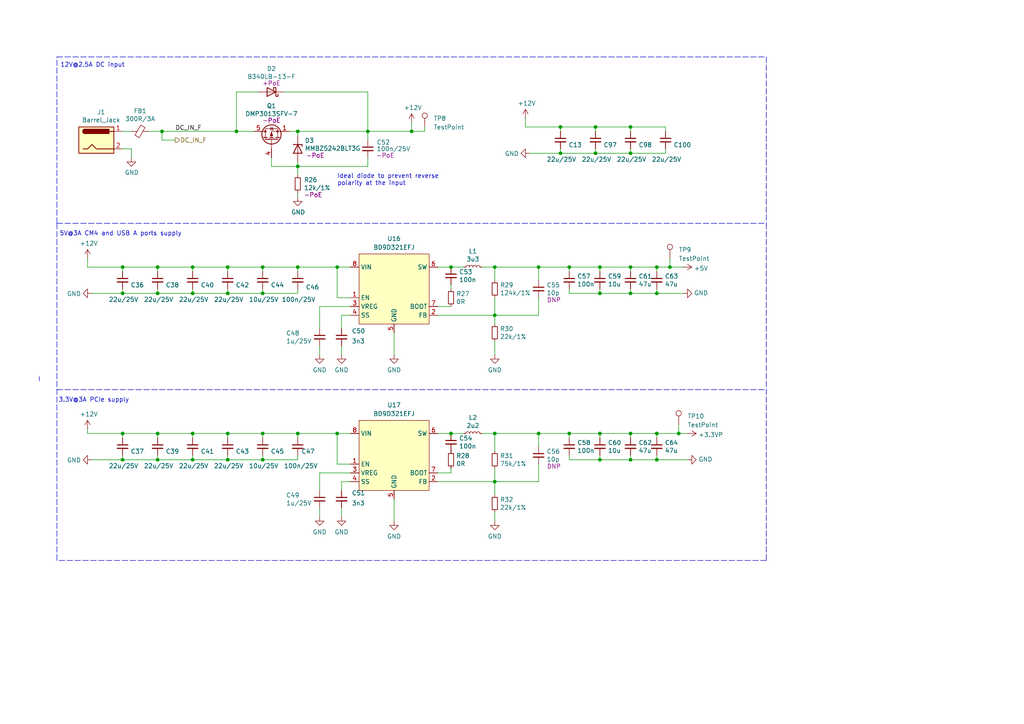
<source format=kicad_sch>
(kicad_sch (version 20211123) (generator eeschema)
  (paper "A4")
  (title_block (title "Power") (date "2021-08-30") (rev "proto1") (company "Nabu Casa") (comment 1 "www.nabucasa.com") (comment 2 "Yellow"))
  (lib_symbols
    (symbol "Amber:BD9D321EFJ"
      (property "Reference" "U16" (at 0 13.97 0))
      (property "Value" "BD9D321EFJ" (at 0 11.43 0))
      (symbol "BD9D321EFJ_0_1"
        (rectangle (start -10.16 10.16) (end 10.16 -10.16) (stroke (width 0.1524)) (fill (type background)))
      )
      (symbol "BD9D321EFJ_1_1"
        (pin input line (at -12.7 -2.54 0) (length 2.54) (name "EN") (number "1"))
        (pin passive line (at 12.7 -7.62 180) (length 2.54) (name "FB") (number "2"))
        (pin power_out line (at -12.7 -5.08 0) (length 2.54) (name "VREG") (number "3"))
        (pin input line (at -12.7 -7.62 0) (length 2.54) (name "SS") (number "4"))
        (pin power_in line (at 0 -12.7 90) (length 2.54) (name "GND") (number "5"))
        (pin power_out line (at 12.7 6.35 180) (length 2.54) (name "SW") (number "6"))
        (pin input line (at 12.7 -5.08 180) (length 2.54) (name "BOOT") (number "7"))
        (pin power_in line (at -12.7 6.35 0) (length 2.54) (name "VIN") (number "8"))
        (pin passive line (at 0 -12.7 90) (length 2.54) hide (name "GND") (number "9"))
      )
    )
    (symbol "Connector:Barrel_Jack" (pin_names (offset 1.016))
      (property "Reference" "J" (at 0 5.334 0))
      (property "Value" "Barrel_Jack" (at 0 -5.08 0))
      (symbol "Barrel_Jack_0_1"
        (rectangle (start -5.08 3.81) (end 5.08 -3.81) (stroke (width 0.254)) (fill (type background)))
        (arc (start -3.302 3.175) (mid -3.937 2.54) (end -3.302 1.905) (stroke (width 0.254)))
        (arc (start -3.302 3.175) (mid -3.937 2.54) (end -3.302 1.905) (stroke (width 0.254)) (fill (type outline)))
        (polyline (pts (xy 5.08 2.54) (xy 3.81 2.54)) (stroke (width 0.254)))
        (polyline (pts (xy -3.81 -2.54) (xy -2.54 -2.54) (xy -1.27 -1.27) (xy 0 -2.54) (xy 2.54 -2.54) (xy 5.08 -2.54)) (stroke (width 0.254)))
        (rectangle (start 3.683 3.175) (end -3.302 1.905) (stroke (width 0.254)) (fill (type outline)))
      )
      (symbol "Barrel_Jack_1_1"
        (pin passive line (at 7.62 2.54 180) (length 2.54) (name "~") (number "1"))
        (pin passive line (at 7.62 -2.54 180) (length 2.54) (name "~") (number "2"))
      )
    )
    (symbol "Connector:TestPoint" (pin_numbers hide) (pin_names (offset 0.762) hide)
      (property "Reference" "TP" (at 0 6.858 0))
      (property "Value" "TestPoint" (at 0 5.08 0))
      (symbol "TestPoint_0_1"
        (circle (center 0 3.302) (radius 0.762))
      )
      (symbol "TestPoint_1_1"
        (pin passive line (at 0 0 90) (length 2.54) (name "1") (number "1"))
      )
    )
    (symbol "Device:C_Small" (pin_numbers hide) (pin_names (offset 0.254) hide)
      (property "Reference" "C" (at 0.254 1.778 0))
      (property "Value" "C_Small" (at 0.254 -2.032 0))
      (symbol "C_Small_0_1"
        (polyline (pts (xy -1.524 -0.508) (xy 1.524 -0.508)) (stroke (width 0.3302)))
        (polyline (pts (xy -1.524 0.508) (xy 1.524 0.508)) (stroke (width 0.3048)))
      )
      (symbol "C_Small_1_1"
        (pin passive line (at 0 2.54 270) (length 2.032) (name "~") (number "1"))
        (pin passive line (at 0 -2.54 90) (length 2.032) (name "~") (number "2"))
      )
    )
    (symbol "Device:D_Schottky" (pin_numbers hide) (pin_names (offset 1.016) hide)
      (property "Reference" "D" (at 0 2.54 0))
      (property "Value" "D_Schottky" (at 0 -2.54 0))
      (symbol "D_Schottky_0_1"
        (polyline (pts (xy 1.27 0) (xy -1.27 0)))
        (polyline (pts (xy 1.27 1.27) (xy 1.27 -1.27) (xy -1.27 0) (xy 1.27 1.27)) (stroke (width 0.254)))
        (polyline (pts (xy -1.905 0.635) (xy -1.905 1.27) (xy -1.27 1.27) (xy -1.27 -1.27) (xy -0.635 -1.27) (xy -0.635 -0.635)) (stroke (width 0.254)))
      )
      (symbol "D_Schottky_1_1"
        (pin passive line (at -3.81 0 0) (length 2.54) (name "K") (number "1"))
        (pin passive line (at 3.81 0 180) (length 2.54) (name "A") (number "2"))
      )
    )
    (symbol "Device:Ferrite_Bead_Small" (pin_numbers hide) (pin_names (offset 0))
      (property "Reference" "FB" (at 1.905 1.27 0))
      (property "Value" "Ferrite_Bead_Small" (at 1.905 -1.27 0))
      (symbol "Ferrite_Bead_Small_0_1"
        (polyline (pts (xy 0 -1.27) (xy 0 -0.7874)))
        (polyline (pts (xy 0 0.889) (xy 0 1.2954)))
        (polyline (pts (xy -1.8288 0.2794) (xy -1.1176 1.4986) (xy 1.8288 -0.2032) (xy 1.1176 -1.4224) (xy -1.8288 0.2794)))
      )
      (symbol "Ferrite_Bead_Small_1_1"
        (pin passive line (at 0 2.54 270) (length 1.27) (name "~") (number "1"))
        (pin passive line (at 0 -2.54 90) (length 1.27) (name "~") (number "2"))
      )
    )
    (symbol "Device:L_Small" (pin_numbers hide) (pin_names (offset 0.254) hide)
      (property "Reference" "L" (at 0.762 1.016 0))
      (property "Value" "L_Small" (at 0.762 -1.016 0))
      (symbol "L_Small_0_1"
        (arc (start 0 -2.032) (mid 0.508 -1.524) (end 0 -1.016))
        (arc (start 0 -1.016) (mid 0.508 -0.508) (end 0 0))
        (arc (start 0 0) (mid 0.508 0.508) (end 0 1.016))
        (arc (start 0 1.016) (mid 0.508 1.524) (end 0 2.032))
      )
      (symbol "L_Small_1_1"
        (pin passive line (at 0 2.54 270) (length 0.508) (name "~") (number "1"))
        (pin passive line (at 0 -2.54 90) (length 0.508) (name "~") (number "2"))
      )
    )
    (symbol "Device:R_Small" (pin_numbers hide) (pin_names (offset 0.254) hide)
      (property "Reference" "R" (at 0.762 0.508 0))
      (property "Value" "R_Small" (at 0.762 -1.016 0))
      (symbol "R_Small_0_1"
        (rectangle (start -0.762 1.778) (end 0.762 -1.778) (stroke (width 0.2032)))
      )
      (symbol "R_Small_1_1"
        (pin passive line (at 0 2.54 270) (length 0.762) (name "~") (number "1"))
        (pin passive line (at 0 -2.54 90) (length 0.762) (name "~") (number "2"))
      )
    )
    (symbol "Diode:BZX84Cxx" (pin_numbers hide) (pin_names hide)
      (property "Reference" "D" (at 0 2.54 0))
      (property "Value" "BZX84Cxx" (at 0 -2.54 0))
      (symbol "BZX84Cxx_0_1"
        (polyline (pts (xy 1.27 0) (xy -1.27 0)))
        (polyline (pts (xy -1.27 -1.27) (xy -1.27 1.27) (xy -0.762 1.27)) (stroke (width 0.254)))
        (polyline (pts (xy 1.27 -1.27) (xy 1.27 1.27) (xy -1.27 0) (xy 1.27 -1.27)) (stroke (width 0.254)))
      )
      (symbol "BZX84Cxx_1_1"
        (pin passive line (at -3.81 0 0) (length 2.54) (name "K") (number "1"))
        (pin passive line (at 3.81 0 180) (length 2.54) (name "A") (number "2"))
      )
    )
    (symbol "Transistor_FET:DMP3013SFV" (pin_names hide)
      (property "Reference" "Q" (at 5.08 1.905 0))
      (property "Value" "DMP3013SFV" (at 5.08 0 0))
      (symbol "DMP3013SFV_0_1"
        (polyline (pts (xy 0.254 0) (xy -2.54 0)))
        (polyline (pts (xy 0.254 1.905) (xy 0.254 -1.905)) (stroke (width 0.254)))
        (polyline (pts (xy 0.762 -1.27) (xy 0.762 -2.286)) (stroke (width 0.254)))
        (polyline (pts (xy 0.762 0.508) (xy 0.762 -0.508)) (stroke (width 0.254)))
        (polyline (pts (xy 0.762 2.286) (xy 0.762 1.27)) (stroke (width 0.254)))
        (polyline (pts (xy 2.54 2.54) (xy 2.54 1.778)))
        (polyline (pts (xy 2.54 -2.54) (xy 2.54 0) (xy 0.762 0)))
        (polyline (pts (xy 0.762 1.778) (xy 3.302 1.778) (xy 3.302 -1.778) (xy 0.762 -1.778)))
        (polyline (pts (xy 2.286 0) (xy 1.27 0.381) (xy 1.27 -0.381) (xy 2.286 0)) (fill (type outline)))
        (polyline (pts (xy 2.794 -0.508) (xy 2.921 -0.381) (xy 3.683 -0.381) (xy 3.81 -0.254)))
        (polyline (pts (xy 3.302 -0.381) (xy 2.921 0.254) (xy 3.683 0.254) (xy 3.302 -0.381)))
        (circle (center 1.651 0) (radius 2.794) (stroke (width 0.254)))
        (circle (center 2.54 -1.778) (radius 0.254) (fill (type outline)))
        (circle (center 2.54 1.778) (radius 0.254) (fill (type outline)))
      )
      (symbol "DMP3013SFV_1_1"
        (pin passive line (at 2.54 -5.08 90) (length 2.54) (name "S") (number "1"))
        (pin passive line (at 2.54 -5.08 90) (length 2.54) hide (name "S") (number "2"))
        (pin passive line (at 2.54 -5.08 90) (length 2.54) hide (name "S") (number "3"))
        (pin passive line (at -5.08 0 0) (length 2.54) (name "G") (number "4"))
        (pin passive line (at 2.54 5.08 270) (length 2.54) (name "D") (number "5"))
      )
    )
    (symbol "power:+12V" (power) (pin_names (offset 0))
      (property "Value" "+12V" (at 0 3.556 0))
      (symbol "+12V_0_1"
        (polyline (pts (xy -0.762 1.27) (xy 0 2.54)))
        (polyline (pts (xy 0 0) (xy 0 2.54)))
        (polyline (pts (xy 0 2.54) (xy 0.762 1.27)))
      )
      (symbol "+12V_1_1"
        (pin power_in line (at 0 0 90) (length 0) hide (name "+12V") (number "1"))
      )
    )
    (symbol "power:+3.3VP" (power) (pin_names (offset 0))
      (property "Value" "+3.3VP" (at 0 2.54 0))
      (symbol "+3.3VP_0_0"
        (pin power_in line (at 0 0 90) (length 0) hide (name "+3.3VP") (number "1"))
      )
      (symbol "+3.3VP_0_1"
        (polyline (pts (xy -0.762 1.27) (xy 0 2.54)))
        (polyline (pts (xy 0 0) (xy 0 2.54)))
        (polyline (pts (xy 0 2.54) (xy 0.762 1.27)))
      )
    )
    (symbol "power:+5V" (power) (pin_names (offset 0))
      (property "Value" "+5V" (at 0 3.556 0))
      (symbol "+5V_0_1"
        (polyline (pts (xy -0.762 1.27) (xy 0 2.54)))
        (polyline (pts (xy 0 0) (xy 0 2.54)))
        (polyline (pts (xy 0 2.54) (xy 0.762 1.27)))
      )
      (symbol "+5V_1_1"
        (pin power_in line (at 0 0 90) (length 0) hide (name "+5V") (number "1"))
      )
    )
    (symbol "power:GND" (power) (pin_names (offset 0))
      (property "Value" "GND" (at 0 -3.81 0))
      (symbol "GND_0_1"
        (polyline (pts (xy 0 0) (xy 0 -1.27) (xy 1.27 -1.27) (xy 0 -2.54) (xy -1.27 -1.27) (xy 0 -1.27)))
      )
      (symbol "GND_1_1"
        (pin power_in line (at 0 0 270) (length 0) hide (name "GND") (number "1"))
      )
    )
  )
  (junction (at 182.88 125.73) (diameter 0.9144))
  (junction (at 35.56 77.47) (diameter 0.9144))
  (junction (at 130.81 77.47) (diameter 0.9144))
  (junction (at 172.72 36.83) (diameter 0.9144))
  (junction (at 190.5 133.35) (diameter 0.9144))
  (junction (at 172.72 44.45) (diameter 0.9144))
  (junction (at 55.88 125.73) (diameter 0.9144))
  (junction (at 143.51 77.47) (diameter 0.9144))
  (junction (at 173.99 85.09) (diameter 0.9144))
  (junction (at 165.1 77.47) (diameter 0.9144))
  (junction (at 66.04 77.47) (diameter 0.9144))
  (junction (at 97.79 77.47) (diameter 0.9144))
  (junction (at 190.5 85.09) (diameter 0.9144))
  (junction (at 162.56 44.45) (diameter 0.9144))
  (junction (at 55.88 133.35) (diameter 0.9144))
  (junction (at 68.58 38.1) (diameter 0.9144))
  (junction (at 45.72 77.47) (diameter 0.9144))
  (junction (at 173.99 77.47) (diameter 0.9144))
  (junction (at 182.88 133.35) (diameter 0.9144))
  (junction (at 76.2 77.47) (diameter 0.9144))
  (junction (at 143.51 125.73) (diameter 0.9144))
  (junction (at 156.21 125.73) (diameter 0.9144))
  (junction (at 35.56 85.09) (diameter 0.9144))
  (junction (at 97.79 125.73) (diameter 0.9144))
  (junction (at 86.36 48.26) (diameter 0.9144))
  (junction (at 35.56 125.73) (diameter 0.9144))
  (junction (at 173.99 125.73) (diameter 0.9144))
  (junction (at 106.68 38.1) (diameter 0.9144))
  (junction (at 45.72 125.73) (diameter 0.9144))
  (junction (at 76.2 125.73) (diameter 0.9144))
  (junction (at 46.99 38.1) (diameter 0.9144))
  (junction (at 182.88 85.09) (diameter 0.9144))
  (junction (at 143.51 91.44) (diameter 0.9144))
  (junction (at 55.88 77.47) (diameter 0.9144))
  (junction (at 182.88 44.45) (diameter 0.9144))
  (junction (at 173.99 133.35) (diameter 0.9144))
  (junction (at 66.04 85.09) (diameter 0.9144))
  (junction (at 156.21 77.47) (diameter 0.9144))
  (junction (at 45.72 85.09) (diameter 0.9144))
  (junction (at 143.51 139.7) (diameter 0.9144))
  (junction (at 86.36 77.47) (diameter 0.9144))
  (junction (at 194.31 77.47) (diameter 0.9144))
  (junction (at 182.88 77.47) (diameter 0.9144))
  (junction (at 76.2 85.09) (diameter 0.9144))
  (junction (at 55.88 85.09) (diameter 0.9144))
  (junction (at 86.36 38.1) (diameter 0.9144))
  (junction (at 86.36 125.73) (diameter 0.9144))
  (junction (at 66.04 125.73) (diameter 0.9144))
  (junction (at 162.56 36.83) (diameter 0.9144))
  (junction (at 35.56 133.35) (diameter 0.9144))
  (junction (at 45.72 133.35) (diameter 0.9144))
  (junction (at 190.5 125.73) (diameter 0.9144))
  (junction (at 165.1 125.73) (diameter 0.9144))
  (junction (at 76.2 133.35) (diameter 0.9144))
  (junction (at 66.04 133.35) (diameter 0.9144))
  (junction (at 182.88 36.83) (diameter 0.9144))
  (junction (at 119.38 38.1) (diameter 0.9144))
  (junction (at 196.85 125.73) (diameter 0.9144))
  (junction (at 190.5 77.47) (diameter 0.9144))
  (junction (at 130.81 125.73) (diameter 0.9144))
  (wire (pts (xy 106.68 38.1) (xy 106.68 40.64)))
  (wire (pts (xy 182.88 132.08) (xy 182.88 133.35)))
  (wire (pts (xy 182.88 43.18) (xy 182.88 44.45)))
  (wire (pts (xy 45.72 125.73) (xy 45.72 127)))
  (polyline (pts (xy 16.51 113.03) (xy 222.25 113.03)) (stroke (width 0) (type dash)))
  (wire (pts (xy 127 88.9) (xy 130.81 88.9)))
  (wire (pts (xy 66.04 77.47) (xy 66.04 78.74)))
  (wire (pts (xy 35.56 125.73) (xy 45.72 125.73)))
  (wire (pts (xy 119.38 35.56) (xy 119.38 38.1)))
  (wire (pts (xy 119.38 38.1) (xy 106.68 38.1)))
  (wire (pts (xy 55.88 77.47) (xy 66.04 77.47)))
  (wire (pts (xy 82.55 26.67) (xy 106.68 26.67)))
  (wire (pts (xy 143.51 77.47) (xy 143.51 81.28)))
  (wire (pts (xy 83.82 38.1) (xy 86.36 38.1)))
  (wire (pts (xy 162.56 36.83) (xy 172.72 36.83)))
  (wire (pts (xy 173.99 125.73) (xy 182.88 125.73)))
  (wire (pts (xy 165.1 125.73) (xy 173.99 125.73)))
  (wire (pts (xy 156.21 125.73) (xy 165.1 125.73)))
  (wire (pts (xy 55.88 83.82) (xy 55.88 85.09)))
  (wire (pts (xy 190.5 132.08) (xy 190.5 133.35)))
  (wire (pts (xy 106.68 45.72) (xy 106.68 48.26)))
  (wire (pts (xy 86.36 77.47) (xy 86.36 78.74)))
  (wire (pts (xy 165.1 77.47) (xy 165.1 78.74)))
  (wire (pts (xy 152.4 36.83) (xy 162.56 36.83)))
  (wire (pts (xy 114.3 96.52) (xy 114.3 102.87)))
  (wire (pts (xy 190.5 85.09) (xy 198.12 85.09)))
  (wire (pts (xy 86.36 132.08) (xy 86.36 133.35)))
  (wire (pts (xy 130.81 77.47) (xy 134.62 77.47)))
  (wire (pts (xy 127 77.47) (xy 130.81 77.47)))
  (wire (pts (xy 86.36 46.99) (xy 86.36 48.26)))
  (wire (pts (xy 190.5 77.47) (xy 194.31 77.47)))
  (wire (pts (xy 194.31 77.47) (xy 198.12 77.47)))
  (wire (pts (xy 182.88 36.83) (xy 182.88 38.1)))
  (wire (pts (xy 190.5 125.73) (xy 196.85 125.73)))
  (wire (pts (xy 196.85 125.73) (xy 199.39 125.73)))
  (wire (pts (xy 86.36 38.1) (xy 106.68 38.1)))
  (wire (pts (xy 153.67 44.45) (xy 162.56 44.45)))
  (wire (pts (xy 86.36 125.73) (xy 86.36 127)))
  (wire (pts (xy 190.5 133.35) (xy 199.39 133.35)))
  (wire (pts (xy 35.56 132.08) (xy 35.56 133.35)))
  (wire (pts (xy 190.5 125.73) (xy 190.5 127)))
  (wire (pts (xy 182.88 36.83) (xy 193.04 36.83)))
  (wire (pts (xy 190.5 77.47) (xy 190.5 78.74)))
  (wire (pts (xy 66.04 132.08) (xy 66.04 133.35)))
  (wire (pts (xy 45.72 83.82) (xy 45.72 85.09)))
  (wire (pts (xy 35.56 77.47) (xy 35.56 78.74)))
  (wire (pts (xy 173.99 133.35) (xy 182.88 133.35)))
  (wire (pts (xy 156.21 86.36) (xy 156.21 91.44)))
  (wire (pts (xy 35.56 125.73) (xy 35.56 127)))
  (wire (pts (xy 165.1 85.09) (xy 173.99 85.09)))
  (wire (pts (xy 99.06 147.32) (xy 99.06 149.86)))
  (wire (pts (xy 123.19 36.83) (xy 123.19 38.1)))
  (wire (pts (xy 123.19 38.1) (xy 119.38 38.1)))
  (wire (pts (xy 196.85 123.19) (xy 196.85 125.73)))
  (wire (pts (xy 156.21 125.73) (xy 156.21 129.54)))
  (wire (pts (xy 86.36 38.1) (xy 86.36 39.37)))
  (wire (pts (xy 68.58 26.67) (xy 74.93 26.67)))
  (wire (pts (xy 68.58 38.1) (xy 68.58 26.67)))
  (wire (pts (xy 78.74 48.26) (xy 86.36 48.26)))
  (wire (pts (xy 78.74 45.72) (xy 78.74 48.26)))
  (wire (pts (xy 156.21 77.47) (xy 165.1 77.47)))
  (wire (pts (xy 143.51 77.47) (xy 156.21 77.47)))
  (wire (pts (xy 45.72 77.47) (xy 45.72 78.74)))
  (wire (pts (xy 97.79 86.36) (xy 101.6 86.36)))
  (wire (pts (xy 97.79 86.36) (xy 97.79 77.47)))
  (wire (pts (xy 92.71 100.33) (xy 92.71 102.87)))
  (wire (pts (xy 76.2 85.09) (xy 86.36 85.09)))
  (wire (pts (xy 66.04 85.09) (xy 76.2 85.09)))
  (wire (pts (xy 152.4 34.29) (xy 152.4 36.83)))
  (wire (pts (xy 114.3 144.78) (xy 114.3 151.13)))
  (wire (pts (xy 162.56 43.18) (xy 162.56 44.45)))
  (wire (pts (xy 99.06 91.44) (xy 99.06 95.25)))
  (wire (pts (xy 66.04 125.73) (xy 66.04 127)))
  (wire (pts (xy 55.88 85.09) (xy 66.04 85.09)))
  (wire (pts (xy 66.04 85.09) (xy 66.04 83.82)))
  (wire (pts (xy 165.1 77.47) (xy 173.99 77.47)))
  (wire (pts (xy 173.99 77.47) (xy 182.88 77.47)))
  (wire (pts (xy 38.1 43.18) (xy 38.1 45.72)))
  (wire (pts (xy 76.2 125.73) (xy 76.2 127)))
  (wire (pts (xy 173.99 125.73) (xy 173.99 127)))
  (wire (pts (xy 130.81 125.73) (xy 134.62 125.73)))
  (wire (pts (xy 139.7 125.73) (xy 143.51 125.73)))
  (wire (pts (xy 127 125.73) (xy 130.81 125.73)))
  (wire (pts (xy 173.99 77.47) (xy 173.99 78.74)))
  (wire (pts (xy 86.36 55.88) (xy 86.36 57.15)))
  (wire (pts (xy 55.88 132.08) (xy 55.88 133.35)))
  (wire (pts (xy 172.72 44.45) (xy 182.88 44.45)))
  (polyline (pts (xy 16.51 64.77) (xy 222.25 64.77)) (stroke (width 0) (type dash)))
  (wire (pts (xy 172.72 36.83) (xy 172.72 38.1)))
  (wire (pts (xy 173.99 132.08) (xy 173.99 133.35)))
  (wire (pts (xy 127 137.16) (xy 130.81 137.16)))
  (wire (pts (xy 35.56 83.82) (xy 35.56 85.09)))
  (wire (pts (xy 86.36 125.73) (xy 97.79 125.73)))
  (wire (pts (xy 97.79 125.73) (xy 101.6 125.73)))
  (polyline (pts (xy 16.51 64.77) (xy 16.51 162.56)) (stroke (width 0) (type dash)))
  (wire (pts (xy 182.88 77.47) (xy 182.88 78.74)))
  (wire (pts (xy 162.56 44.45) (xy 172.72 44.45)))
  (wire (pts (xy 35.56 38.1) (xy 38.1 38.1)))
  (wire (pts (xy 92.71 88.9) (xy 92.71 95.25)))
  (wire (pts (xy 45.72 77.47) (xy 55.88 77.47)))
  (wire (pts (xy 45.72 133.35) (xy 55.88 133.35)))
  (wire (pts (xy 92.71 147.32) (xy 92.71 149.86)))
  (wire (pts (xy 55.88 77.47) (xy 55.88 78.74)))
  (wire (pts (xy 92.71 137.16) (xy 101.6 137.16)))
  (wire (pts (xy 165.1 83.82) (xy 165.1 85.09)))
  (wire (pts (xy 25.4 77.47) (xy 35.56 77.47)))
  (wire (pts (xy 99.06 100.33) (xy 99.06 102.87)))
  (wire (pts (xy 165.1 132.08) (xy 165.1 133.35)))
  (wire (pts (xy 143.51 125.73) (xy 156.21 125.73)))
  (wire (pts (xy 25.4 124.46) (xy 25.4 125.73)))
  (wire (pts (xy 182.88 77.47) (xy 190.5 77.47)))
  (wire (pts (xy 35.56 43.18) (xy 38.1 43.18)))
  (wire (pts (xy 76.2 83.82) (xy 76.2 85.09)))
  (wire (pts (xy 156.21 77.47) (xy 156.21 81.28)))
  (wire (pts (xy 143.51 125.73) (xy 143.51 130.81)))
  (wire (pts (xy 172.72 36.83) (xy 182.88 36.83)))
  (wire (pts (xy 76.2 77.47) (xy 86.36 77.47)))
  (wire (pts (xy 66.04 77.47) (xy 76.2 77.47)))
  (wire (pts (xy 66.04 133.35) (xy 76.2 133.35)))
  (wire (pts (xy 55.88 133.35) (xy 66.04 133.35)))
  (wire (pts (xy 143.51 139.7) (xy 156.21 139.7)))
  (wire (pts (xy 182.88 125.73) (xy 182.88 127)))
  (wire (pts (xy 76.2 132.08) (xy 76.2 133.35)))
  (wire (pts (xy 143.51 86.36) (xy 143.51 91.44)))
  (wire (pts (xy 173.99 83.82) (xy 173.99 85.09)))
  (wire (pts (xy 143.51 91.44) (xy 143.51 93.98)))
  (wire (pts (xy 99.06 139.7) (xy 101.6 139.7)))
  (wire (pts (xy 76.2 133.35) (xy 86.36 133.35)))
  (wire (pts (xy 86.36 85.09) (xy 86.36 83.82)))
  (wire (pts (xy 46.99 40.64) (xy 46.99 38.1)))
  (wire (pts (xy 50.8 40.64) (xy 46.99 40.64)))
  (wire (pts (xy 99.06 91.44) (xy 101.6 91.44)))
  (wire (pts (xy 35.56 133.35) (xy 45.72 133.35)))
  (wire (pts (xy 173.99 85.09) (xy 182.88 85.09)))
  (wire (pts (xy 92.71 137.16) (xy 92.71 142.24)))
  (wire (pts (xy 92.71 88.9) (xy 101.6 88.9)))
  (wire (pts (xy 182.88 125.73) (xy 190.5 125.73)))
  (wire (pts (xy 127 139.7) (xy 143.51 139.7)))
  (wire (pts (xy 45.72 125.73) (xy 55.88 125.73)))
  (wire (pts (xy 99.06 139.7) (xy 99.06 142.24)))
  (wire (pts (xy 97.79 134.62) (xy 101.6 134.62)))
  (wire (pts (xy 172.72 43.18) (xy 172.72 44.45)))
  (polyline (pts (xy 16.51 64.77) (xy 16.51 16.51)) (stroke (width 0) (type dash)))
  (polyline (pts (xy 16.51 16.51) (xy 222.25 16.51)) (stroke (width 0) (type dash)))
  (polyline (pts (xy 222.25 16.51) (xy 222.25 64.77)) (stroke (width 0) (type dash)))
  (wire (pts (xy 190.5 83.82) (xy 190.5 85.09)))
  (wire (pts (xy 45.72 132.08) (xy 45.72 133.35)))
  (wire (pts (xy 143.51 135.89) (xy 143.51 139.7)))
  (wire (pts (xy 143.51 139.7) (xy 143.51 143.51)))
  (wire (pts (xy 66.04 125.73) (xy 76.2 125.73)))
  (wire (pts (xy 55.88 125.73) (xy 66.04 125.73)))
  (wire (pts (xy 35.56 85.09) (xy 45.72 85.09)))
  (wire (pts (xy 45.72 85.09) (xy 55.88 85.09)))
  (wire (pts (xy 26.67 85.09) (xy 35.56 85.09)))
  (wire (pts (xy 35.56 77.47) (xy 45.72 77.47)))
  (wire (pts (xy 130.81 135.89) (xy 130.81 137.16)))
  (wire (pts (xy 182.88 44.45) (xy 193.04 44.45)))
  (wire (pts (xy 76.2 125.73) (xy 86.36 125.73)))
  (wire (pts (xy 156.21 134.62) (xy 156.21 139.7)))
  (wire (pts (xy 162.56 36.83) (xy 162.56 38.1)))
  (wire (pts (xy 127 91.44) (xy 143.51 91.44)))
  (wire (pts (xy 143.51 91.44) (xy 156.21 91.44)))
  (wire (pts (xy 143.51 148.59) (xy 143.51 151.13)))
  (wire (pts (xy 25.4 125.73) (xy 35.56 125.73)))
  (wire (pts (xy 193.04 44.45) (xy 193.04 43.18)))
  (wire (pts (xy 194.31 74.93) (xy 194.31 77.47)))
  (wire (pts (xy 165.1 125.73) (xy 165.1 127)))
  (wire (pts (xy 182.88 85.09) (xy 190.5 85.09)))
  (wire (pts (xy 182.88 133.35) (xy 190.5 133.35)))
  (wire (pts (xy 55.88 125.73) (xy 55.88 127)))
  (polyline (pts (xy 222.25 64.77) (xy 222.25 162.56)) (stroke (width 0) (type dash)))
  (wire (pts (xy 97.79 134.62) (xy 97.79 125.73)))
  (wire (pts (xy 26.67 133.35) (xy 35.56 133.35)))
  (polyline (pts (xy 222.25 162.56) (xy 16.51 162.56)) (stroke (width 0) (type dash)))
  (wire (pts (xy 86.36 48.26) (xy 86.36 50.8)))
  (wire (pts (xy 68.58 38.1) (xy 73.66 38.1)))
  (wire (pts (xy 46.99 38.1) (xy 68.58 38.1)))
  (wire (pts (xy 43.18 38.1) (xy 46.99 38.1)))
  (polyline (pts (xy 11.43 109.22) (xy 11.43 110.49)) (stroke (width 0) (type dash)))
  (wire (pts (xy 97.79 77.47) (xy 101.6 77.47)))
  (wire (pts (xy 86.36 77.47) (xy 97.79 77.47)))
  (wire (pts (xy 165.1 133.35) (xy 173.99 133.35)))
  (wire (pts (xy 143.51 99.06) (xy 143.51 102.87)))
  (wire (pts (xy 193.04 36.83) (xy 193.04 38.1)))
  (wire (pts (xy 25.4 74.93) (xy 25.4 77.47)))
  (wire (pts (xy 86.36 48.26) (xy 106.68 48.26)))
  (wire (pts (xy 106.68 26.67) (xy 106.68 38.1)))
  (wire (pts (xy 182.88 83.82) (xy 182.88 85.09)))
  (wire (pts (xy 76.2 77.47) (xy 76.2 78.74)))
  (wire (pts (xy 139.7 77.47) (xy 143.51 77.47)))
  (wire (pts (xy 130.81 82.55) (xy 130.81 83.82)))
  (text "3.3V@3A PCIe supply" (at 37.465 116.84 180) (effects (font (size 1.27 1.27)) (justify right bottom)))
  (text "Ideal diode to prevent reverse\npolarity at the input" (at 97.79 53.975 0) (effects (font (size 1.27 1.27)) (justify left bottom)))
  (text "5V@3A CM4 and USB A ports supply" (at 52.705 68.58 180) (effects (font (size 1.27 1.27)) (justify right bottom)))
  (text "12V@2.5A DC input" (at 36.195 19.685 180) (effects (font (size 1.27 1.27)) (justify right bottom)))
  (label "DC_IN_F" (at 50.8 38.1 0))
  (hierarchical_label "DC_IN_F" (shape output) (at 50.8 40.64 0))
  (symbol (lib_id "Device:R_Small") (at 143.51 83.82 180) (unit 1)
    (property "Reference" "R29" (at 145.0087 82.6706 0) (effects (justify right)))
    (property "Value" "124k/1%" (at 145.009 84.969 0) (effects (justify right)))
    (property "Footprint" "Resistor_SMD:R_0402_1005Metric" (effects hide))
  )
  (symbol (lib_id "power:+5V") (at 198.12 77.47 270) (unit 1)
    (property "Reference" "#PWR0110" (effects hide))
    (property "Value" "+5V" (at 201.2951 77.8383 90) (effects (justify left)))
  )
  (symbol (lib_id "Device:C_Small") (at 165.1 129.54 0) (unit 1)
    (property "Reference" "C58" (at 167.4242 128.3906 0) (effects (justify left)))
    (property "Value" "100n" (at 167.424 130.689 0) (effects (justify left)))
    (property "Footprint" "Capacitor_SMD:C_0402_1005Metric" (effects hide))
  )
  (symbol (lib_id "Device:R_Small") (at 130.81 86.36 180) (unit 1)
    (property "Reference" "R27" (at 132.3087 85.2106 0) (effects (justify right)))
    (property "Value" "0R" (at 132.309 87.509 0) (effects (justify right)))
    (property "Footprint" "Resistor_SMD:R_0402_1005Metric" (effects hide))
  )
  (symbol (lib_id "Device:C_Small") (at 190.5 129.54 0) (unit 1)
    (property "Reference" "C64" (at 192.8242 128.3906 0) (effects (justify left)))
    (property "Value" "47u" (at 192.824 130.689 0) (effects (justify left)))
    (property "Footprint" "Capacitor_SMD:C_0805_2012Metric" (effects hide))
  )
  (symbol (lib_id "Device:C_Small") (at 182.88 81.28 0) (unit 1)
    (property "Reference" "C61" (at 185.2042 80.1306 0) (effects (justify left)))
    (property "Value" "47u" (at 185.204 82.429 0) (effects (justify left)))
    (property "Footprint" "Capacitor_SMD:C_0805_2012Metric" (effects hide))
  )
  (symbol (lib_id "Amber:BD9D321EFJ") (at 114.3 83.82 0) (unit 1)
    (property "Reference" "U16" (at 114.3 69.215 0))
    (property "Value" "BD9D321EFJ" (at 114.3 71.755 0))
    (property "Footprint" "Package_SO:HTSOP-8-1EP_3.9x4.9mm_P1.27mm_EP2.4x3.2mm_ThermalVias" (effects hide))
    (property "Datasheet" "https://fscdn.rohm.com/en/products/databook/datasheet/ic/power/switching_regulator/bd9d321efj-e.pdf" (effects hide))
    (property "Manufacturer" "Rohm" (effects hide))
    (property "PartNumber" "BD9D321EFJ" (effects hide))
  )
  (symbol (lib_id "power:+3.3VP") (at 199.39 125.73 270) (unit 1)
    (property "Reference" "#PWR0112" (effects hide))
    (property "Value" "+3.3VP" (at 202.5651 126.0983 90) (effects (justify left)))
  )
  (symbol (lib_id "Device:C_Small") (at 106.68 43.18 0) (unit 1)
    (property "Reference" "C52" (at 109.22 41.275 0) (effects (justify left)))
    (property "Value" "100n/25V" (at 109.22 43.18 0) (effects (justify left)))
    (property "Footprint" "Capacitor_SMD:C_0402_1005Metric" (effects hide))
    (property "Config" "-PoE" (at 111.76 45.085 0))
  )
  (symbol (lib_id "Device:C_Small") (at 193.04 40.64 0) (unit 1)
    (property "Reference" "C100" (at 195.3642 42.0306 0) (effects (justify left)))
    (property "Value" "22u/25V" (at 189.014 46.234 0) (effects (justify left)))
    (property "Footprint" "Capacitor_SMD:C_0805_2012Metric" (effects hide))
  )
  (symbol (lib_id "Device:R_Small") (at 143.51 133.35 180) (unit 1)
    (property "Reference" "R31" (at 145.0087 132.2006 0) (effects (justify right)))
    (property "Value" "75k/1%" (at 145.009 134.499 0) (effects (justify right)))
    (property "Footprint" "Resistor_SMD:R_0402_1005Metric" (effects hide))
  )
  (symbol (lib_id "Device:C_Small") (at 66.04 129.54 0) (unit 1)
    (property "Reference" "C43" (at 68.3642 130.9306 0) (effects (justify left)))
    (property "Value" "22u/25V" (at 62.014 135.134 0) (effects (justify left)))
    (property "Footprint" "Capacitor_SMD:C_0805_2012Metric" (effects hide))
  )
  (symbol (lib_id "Device:C_Small") (at 173.99 129.54 0) (unit 1)
    (property "Reference" "C60" (at 176.3142 128.3906 0) (effects (justify left)))
    (property "Value" "10u" (at 176.314 130.689 0) (effects (justify left)))
    (property "Footprint" "Capacitor_SMD:C_0805_2012Metric" (effects hide))
  )
  (symbol (lib_id "power:GND") (at 114.3 151.13 0) (unit 1)
    (property "Reference" "#PWR0106" (effects hide))
    (property "Value" "GND" (at 114.3 155.575 0))
  )
  (symbol (lib_id "Device:C_Small") (at 156.21 132.08 0) (unit 1)
    (property "Reference" "C56" (at 158.5342 130.9306 0) (effects (justify left)))
    (property "Value" "10p" (at 158.534 133.229 0) (effects (justify left)))
    (property "Footprint" "Capacitor_SMD:C_0402_1005Metric" (effects hide))
    (property "Config" "DNP" (at 160.655 135.255 0))
  )
  (symbol (lib_id "power:GND") (at 114.3 102.87 0) (unit 1)
    (property "Reference" "#PWR0105" (effects hide))
    (property "Value" "GND" (at 114.3 107.315 0))
  )
  (symbol (lib_id "Device:C_Small") (at 173.99 81.28 0) (unit 1)
    (property "Reference" "C59" (at 176.3142 80.1306 0) (effects (justify left)))
    (property "Value" "10u" (at 176.314 82.429 0) (effects (justify left)))
    (property "Footprint" "Capacitor_SMD:C_0805_2012Metric" (effects hide))
  )
  (symbol (lib_id "power:+12V") (at 25.4 74.93 0) (unit 1)
    (property "Reference" "#PWR095" (effects hide))
    (property "Value" "+12V" (at 25.7683 70.6056 0))
  )
  (symbol (lib_id "power:+12V") (at 25.4 124.46 0) (unit 1)
    (property "Reference" "#PWR096" (effects hide))
    (property "Value" "+12V" (at 25.7683 120.1356 0))
  )
  (symbol (lib_id "Device:C_Small") (at 55.88 81.28 0) (unit 1)
    (property "Reference" "C40" (at 58.2042 82.6706 0) (effects (justify left)))
    (property "Value" "22u/25V" (at 51.854 86.874 0) (effects (justify left)))
    (property "Footprint" "Capacitor_SMD:C_0805_2012Metric" (effects hide))
  )
  (symbol (lib_id "power:+12V") (at 119.38 35.56 0) (unit 1)
    (property "Reference" "#PWR0107" (effects hide))
    (property "Value" "+12V" (at 119.7483 31.2356 0))
  )
  (symbol (lib_id "Device:L_Small") (at 137.16 77.47 90) (unit 1)
    (property "Reference" "L1" (at 137.16 72.8788 90))
    (property "Value" "3u3" (at 137.16 75.178 90))
    (property "Footprint" "Inductor_SMD:L_Taiyo-Yuden_NR-80xx" (effects hide))
    (property "Manufacturer" "Taiyo Yuden" (effects hide))
    (property "PartNumber" "NRS8030T3R3MJGJ" (effects hide))
  )
  (symbol (lib_id "power:GND") (at 143.51 102.87 0) (unit 1)
    (property "Reference" "#PWR0108" (effects hide))
    (property "Value" "GND" (at 143.51 107.315 0))
  )
  (symbol (lib_id "power:GND") (at 153.67 44.45 270) (unit 1)
    (property "Reference" "#PWR035" (effects hide))
    (property "Value" "GND" (at 150.495 44.5643 90) (effects (justify right)))
  )
  (symbol (lib_id "power:GND") (at 86.36 57.15 0) (unit 1)
    (property "Reference" "#PWR0100" (effects hide))
    (property "Value" "GND" (at 86.487 61.5442 0))
  )
  (symbol (lib_id "Connector:TestPoint") (at 196.85 123.19 0) (unit 1)
    (property "Reference" "TP10" (at 199.39 120.7134 0) (effects (justify left)))
    (property "Value" "TestPoint" (at 199.39 123.2534 0) (effects (justify left)))
    (property "Footprint" "TestPoint:TestPoint_Pad_D1.0mm" (effects hide))
  )
  (symbol (lib_id "Device:C_Small") (at 86.36 81.28 0) (unit 1)
    (property "Reference" "C46" (at 88.6842 83.3056 0) (effects (justify left)))
    (property "Value" "100n/25V" (at 81.699 86.874 0) (effects (justify left)))
    (property "Footprint" "Capacitor_SMD:C_0402_1005Metric" (effects hide))
  )
  (symbol (lib_id "Device:Ferrite_Bead_Small") (at 40.64 38.1 90) (unit 1)
    (property "Reference" "FB1" (at 40.64 32.188 90))
    (property "Value" "300R/3A" (at 40.64 34.4867 90))
    (property "Footprint" "Resistor_SMD:R_0805_2012Metric" (effects hide))
    (property "Manufacturer" "Würth Elektronik" (effects hide))
    (property "PartNumber" "742792031" (effects hide))
  )
  (symbol (lib_id "Device:C_Small") (at 172.72 40.64 0) (unit 1)
    (property "Reference" "C97" (at 175.0442 42.0306 0) (effects (justify left)))
    (property "Value" "22u/25V" (at 168.694 46.234 0) (effects (justify left)))
    (property "Footprint" "Capacitor_SMD:C_0805_2012Metric" (effects hide))
  )
  (symbol (lib_id "power:GND") (at 26.67 133.35 270) (unit 1)
    (property "Reference" "#PWR098" (effects hide))
    (property "Value" "GND" (at 23.495 133.4643 90) (effects (justify right)))
  )
  (symbol (lib_id "Device:C_Small") (at 182.88 129.54 0) (unit 1)
    (property "Reference" "C62" (at 185.2042 128.3906 0) (effects (justify left)))
    (property "Value" "47u" (at 185.204 130.689 0) (effects (justify left)))
    (property "Footprint" "Capacitor_SMD:C_0805_2012Metric" (effects hide))
  )
  (symbol (lib_id "Amber:BD9D321EFJ") (at 114.3 132.08 0) (unit 1)
    (property "Reference" "U17" (at 114.3 117.475 0))
    (property "Value" "BD9D321EFJ" (at 114.3 120.015 0))
    (property "Footprint" "Package_SO:HTSOP-8-1EP_3.9x4.9mm_P1.27mm_EP2.4x3.2mm_ThermalVias" (effects hide))
    (property "Datasheet" "https://fscdn.rohm.com/en/products/databook/datasheet/ic/power/switching_regulator/bd9d321efj-e.pdf" (effects hide))
    (property "Manufacturer" "Rohm" (effects hide))
    (property "PartNumber" "BD9D321EFJ" (effects hide))
  )
  (symbol (lib_id "Device:D_Schottky") (at 78.74 26.67 180) (unit 1)
    (property "Reference" "D2" (at 78.74 19.92 0))
    (property "Value" "B340LB-13-F" (at 78.74 22.2185 0))
    (property "Footprint" "Diode_SMD:D_SMB" (effects hide))
    (property "Datasheet" "https://www.diodes.com/assets/Datasheets/ds30240.pdf" (effects hide))
    (property "Manufacturer" "Diodes Incorporated" (effects hide))
    (property "PartNumber" "B340LB-13-F" (effects hide))
    (property "Config" "+PoE" (at 78.74 24.13 0))
  )
  (symbol (lib_id "Device:C_Small") (at 92.71 97.79 0) (unit 1)
    (property "Reference" "C48" (at 82.9692 96.6406 0) (effects (justify left)))
    (property "Value" "1u/25V" (at 82.969 98.939 0) (effects (justify left)))
    (property "Footprint" "Capacitor_SMD:C_0402_1005Metric" (effects hide))
  )
  (symbol (lib_id "Diode:BZX84Cxx") (at 86.36 43.18 270) (unit 1)
    (property "Reference" "D3" (at 88.392 40.767 90) (effects (justify left)))
    (property "Value" "MMBZ5242BLT3G" (at 88.392 43.053 90) (effects (justify left)))
    (property "Footprint" "Diode_SMD:D_SOT-23_ANK" (effects hide))
    (property "Datasheet" "https://diotec.com/tl_files/diotec/files/pdf/datasheets/bzx84c2v4.pdf" (effects hide))
    (property "Manufacturer" "ON Semiconductor" (effects hide))
    (property "PartNumber" "MMBZ5242BLT3G" (effects hide))
    (property "Config" "-PoE" (at 91.44 45.085 90))
  )
  (symbol (lib_id "Connector:TestPoint") (at 123.19 36.83 0) (unit 1)
    (property "Reference" "TP8" (at 125.73 34.3534 0) (effects (justify left)))
    (property "Value" "TestPoint" (at 125.73 36.8934 0) (effects (justify left)))
    (property "Footprint" "TestPoint:TestPoint_Pad_D1.0mm" (effects hide))
  )
  (symbol (lib_id "power:GND") (at 26.67 85.09 270) (unit 1)
    (property "Reference" "#PWR097" (effects hide))
    (property "Value" "GND" (at 23.495 85.2043 90) (effects (justify right)))
  )
  (symbol (lib_id "power:GND") (at 38.1 45.72 0) (unit 1)
    (property "Reference" "#PWR099" (effects hide))
    (property "Value" "GND" (at 38.2143 50.0444 0))
  )
  (symbol (lib_id "Device:L_Small") (at 137.16 125.73 90) (unit 1)
    (property "Reference" "L2" (at 137.16 121.1388 90))
    (property "Value" "2u2" (at 137.16 123.438 90))
    (property "Footprint" "Inductor_SMD:L_Taiyo-Yuden_NR-50xx" (effects hide))
    (property "Manufacturer" "Taiyo Yuden" (effects hide))
    (property "PartNumber" "NRS5040T2R2NMGJ" (effects hide))
  )
  (symbol (lib_id "power:GND") (at 143.51 151.13 0) (unit 1)
    (property "Reference" "#PWR0109" (effects hide))
    (property "Value" "GND" (at 143.51 155.575 0))
  )
  (symbol (lib_id "Connector:TestPoint") (at 194.31 74.93 0) (unit 1)
    (property "Reference" "TP9" (at 196.85 72.4534 0) (effects (justify left)))
    (property "Value" "TestPoint" (at 196.85 74.9934 0) (effects (justify left)))
    (property "Footprint" "TestPoint:TestPoint_Pad_D1.0mm" (effects hide))
  )
  (symbol (lib_id "Device:R_Small") (at 143.51 96.52 180) (unit 1)
    (property "Reference" "R30" (at 145.0087 95.3706 0) (effects (justify right)))
    (property "Value" "22k/1%" (at 145.009 97.669 0) (effects (justify right)))
    (property "Footprint" "Resistor_SMD:R_0402_1005Metric" (effects hide))
  )
  (symbol (lib_id "Device:C_Small") (at 156.21 83.82 0) (unit 1)
    (property "Reference" "C55" (at 158.5342 82.6706 0) (effects (justify left)))
    (property "Value" "10p" (at 158.534 84.969 0) (effects (justify left)))
    (property "Footprint" "Capacitor_SMD:C_0402_1005Metric" (effects hide))
    (property "Config" "DNP" (at 160.655 86.995 0))
  )
  (symbol (lib_id "power:+12V") (at 152.4 34.29 0) (unit 1)
    (property "Reference" "#PWR032" (effects hide))
    (property "Value" "+12V" (at 152.7683 29.9656 0))
  )
  (symbol (lib_id "Device:C_Small") (at 45.72 129.54 0) (unit 1)
    (property "Reference" "C39" (at 48.0442 130.9306 0) (effects (justify left)))
    (property "Value" "22u/25V" (at 41.694 135.134 0) (effects (justify left)))
    (property "Footprint" "Capacitor_SMD:C_0805_2012Metric" (effects hide))
  )
  (symbol (lib_id "power:GND") (at 99.06 102.87 0) (unit 1)
    (property "Reference" "#PWR0103" (effects hide))
    (property "Value" "GND" (at 99.06 107.315 0))
  )
  (symbol (lib_id "Device:R_Small") (at 86.36 53.34 0) (unit 1)
    (property "Reference" "R26" (at 88.138 52.1716 0) (effects (justify left)))
    (property "Value" "12k/1%" (at 88.138 54.483 0) (effects (justify left)))
    (property "Footprint" "Resistor_SMD:R_0402_1005Metric" (effects hide))
    (property "Config" "-PoE" (at 90.805 56.515 0))
  )
  (symbol (lib_id "Device:C_Small") (at 130.81 128.27 0) (unit 1)
    (property "Reference" "C54" (at 133.1342 127.1206 0) (effects (justify left)))
    (property "Value" "100n" (at 133.134 129.419 0) (effects (justify left)))
    (property "Footprint" "Capacitor_SMD:C_0402_1005Metric" (effects hide))
  )
  (symbol (lib_id "Device:R_Small") (at 130.81 133.35 180) (unit 1)
    (property "Reference" "R28" (at 132.3087 132.2006 0) (effects (justify right)))
    (property "Value" "0R" (at 132.309 134.499 0) (effects (justify right)))
    (property "Footprint" "Resistor_SMD:R_0402_1005Metric" (effects hide))
  )
  (symbol (lib_id "Device:C_Small") (at 165.1 81.28 0) (unit 1)
    (property "Reference" "C57" (at 167.4242 80.1306 0) (effects (justify left)))
    (property "Value" "100n" (at 167.424 82.429 0) (effects (justify left)))
    (property "Footprint" "Capacitor_SMD:C_0402_1005Metric" (effects hide))
  )
  (symbol (lib_id "Transistor_FET:DMP3013SFV") (at 78.74 40.64 90) (unit 1)
    (property "Reference" "Q1" (at 78.74 30.7086 90))
    (property "Value" "DMP3013SFV-7" (at 78.74 33.02 90))
    (property "Footprint" "Package_SON:Diodes_PowerDI3333-8" (effects hide))
    (property "Datasheet" "https://www.diodes.com/assets/Datasheets/DMP3013SFV.pdf" (effects hide))
    (property "Manufacturer" "Diodes Incorporated" (effects hide))
    (property "PartNumber" "DMP3013SFV-7" (effects hide))
    (property "Config" "-PoE" (at 78.74 34.925 90))
  )
  (symbol (lib_id "power:GND") (at 99.06 149.86 0) (unit 1)
    (property "Reference" "#PWR0104" (effects hide))
    (property "Value" "GND" (at 99.06 154.305 0))
  )
  (symbol (lib_id "Device:C_Small") (at 130.81 80.01 0) (unit 1)
    (property "Reference" "C53" (at 133.1342 78.8606 0) (effects (justify left)))
    (property "Value" "100n" (at 133.134 81.159 0) (effects (justify left)))
    (property "Footprint" "Capacitor_SMD:C_0402_1005Metric" (effects hide))
  )
  (symbol (lib_id "Device:C_Small") (at 162.56 40.64 0) (unit 1)
    (property "Reference" "C13" (at 164.8842 42.0306 0) (effects (justify left)))
    (property "Value" "22u/25V" (at 158.534 46.234 0) (effects (justify left)))
    (property "Footprint" "Capacitor_SMD:C_0805_2012Metric" (effects hide))
  )
  (symbol (lib_id "Device:C_Small") (at 190.5 81.28 0) (unit 1)
    (property "Reference" "C63" (at 192.8242 80.1306 0) (effects (justify left)))
    (property "Value" "47u" (at 192.824 82.429 0) (effects (justify left)))
    (property "Footprint" "Capacitor_SMD:C_0805_2012Metric" (effects hide))
  )
  (symbol (lib_id "Device:C_Small") (at 76.2 81.28 0) (unit 1)
    (property "Reference" "C44" (at 78.5242 82.6706 0) (effects (justify left)))
    (property "Value" "10u/25V" (at 72.174 86.874 0) (effects (justify left)))
    (property "Footprint" "Capacitor_SMD:C_0805_2012Metric" (effects hide))
  )
  (symbol (lib_id "Device:C_Small") (at 35.56 129.54 0) (unit 1)
    (property "Reference" "C37" (at 37.8842 130.9306 0) (effects (justify left)))
    (property "Value" "22u/25V" (at 31.534 135.134 0) (effects (justify left)))
    (property "Footprint" "Capacitor_SMD:C_0805_2012Metric" (effects hide))
  )
  (symbol (lib_id "power:GND") (at 92.71 149.86 0) (unit 1)
    (property "Reference" "#PWR0102" (effects hide))
    (property "Value" "GND" (at 92.71 154.305 0))
  )
  (symbol (lib_id "Device:C_Small") (at 86.36 129.54 0) (unit 1)
    (property "Reference" "C47" (at 87.4142 130.9306 0) (effects (justify left)))
    (property "Value" "100n/25V" (at 82.334 135.134 0) (effects (justify left)))
    (property "Footprint" "Capacitor_SMD:C_0402_1005Metric" (effects hide))
  )
  (symbol (lib_id "Device:C_Small") (at 55.88 129.54 0) (unit 1)
    (property "Reference" "C41" (at 58.2042 130.9306 0) (effects (justify left)))
    (property "Value" "22u/25V" (at 51.854 135.134 0) (effects (justify left)))
    (property "Footprint" "Capacitor_SMD:C_0805_2012Metric" (effects hide))
  )
  (symbol (lib_id "Device:C_Small") (at 66.04 81.28 0) (unit 1)
    (property "Reference" "C42" (at 68.3642 82.6706 0) (effects (justify left)))
    (property "Value" "22u/25V" (at 62.014 86.874 0) (effects (justify left)))
    (property "Footprint" "Capacitor_SMD:C_0805_2012Metric" (effects hide))
  )
  (symbol (lib_id "power:GND") (at 198.12 85.09 90) (unit 1)
    (property "Reference" "#PWR0111" (effects hide))
    (property "Value" "GND" (at 201.2951 84.9757 90) (effects (justify right)))
  )
  (symbol (lib_id "Device:C_Small") (at 182.88 40.64 0) (unit 1)
    (property "Reference" "C98" (at 185.2042 42.0306 0) (effects (justify left)))
    (property "Value" "22u/25V" (at 178.854 46.234 0) (effects (justify left)))
    (property "Footprint" "Capacitor_SMD:C_0805_2012Metric" (effects hide))
  )
  (symbol (lib_id "Connector:Barrel_Jack") (at 27.94 40.64 0) (unit 1)
    (property "Reference" "J1" (at 29.337 32.5182 0))
    (property "Value" "Barrel_Jack" (at 29.337 34.8169 0))
    (property "Footprint" "Amber:BarrelJack_CUI_PJ-002A" (effects hide))
    (property "Manufacturer" "CUI Devices" (effects hide))
    (property "PartNumber" "PJ-002A" (effects hide))
  )
  (symbol (lib_id "power:GND") (at 92.71 102.87 0) (unit 1)
    (property "Reference" "#PWR0101" (effects hide))
    (property "Value" "GND" (at 92.71 107.315 0))
  )
  (symbol (lib_id "Device:R_Small") (at 143.51 146.05 180) (unit 1)
    (property "Reference" "R32" (at 145.0087 144.9006 0) (effects (justify right)))
    (property "Value" "22k/1%" (at 145.009 147.199 0) (effects (justify right)))
    (property "Footprint" "Resistor_SMD:R_0402_1005Metric" (effects hide))
  )
  (symbol (lib_id "Device:C_Small") (at 92.71 144.78 0) (unit 1)
    (property "Reference" "C49" (at 82.9692 143.6306 0) (effects (justify left)))
    (property "Value" "1u/25V" (at 82.969 145.929 0) (effects (justify left)))
    (property "Footprint" "Capacitor_SMD:C_0402_1005Metric" (effects hide))
  )
  (symbol (lib_id "Device:C_Small") (at 99.06 97.79 0) (unit 1)
    (property "Reference" "C50" (at 102.0192 96.0056 0) (effects (justify left)))
    (property "Value" "3n3" (at 102.019 98.939 0) (effects (justify left)))
    (property "Footprint" "Capacitor_SMD:C_0402_1005Metric" (effects hide))
  )
  (symbol (lib_id "Device:C_Small") (at 99.06 144.78 0) (unit 1)
    (property "Reference" "C51" (at 102.0192 142.9956 0) (effects (justify left)))
    (property "Value" "3n3" (at 102.019 145.929 0) (effects (justify left)))
    (property "Footprint" "Capacitor_SMD:C_0402_1005Metric" (effects hide))
  )
  (symbol (lib_id "power:GND") (at 199.39 133.35 90) (unit 1)
    (property "Reference" "#PWR0113" (effects hide))
    (property "Value" "GND" (at 202.5651 133.2357 90) (effects (justify right)))
  )
  (symbol (lib_id "Device:C_Small") (at 76.2 129.54 0) (unit 1)
    (property "Reference" "C45" (at 78.5242 130.9306 0) (effects (justify left)))
    (property "Value" "10u/25V" (at 72.174 135.134 0) (effects (justify left)))
    (property "Footprint" "Capacitor_SMD:C_0805_2012Metric" (effects hide))
  )
  (symbol (lib_id "Device:C_Small") (at 35.56 81.28 0) (unit 1)
    (property "Reference" "C36" (at 37.8842 82.6706 0) (effects (justify left)))
    (property "Value" "22u/25V" (at 31.534 86.874 0) (effects (justify left)))
    (property "Footprint" "Capacitor_SMD:C_0805_2012Metric" (effects hide))
  )
  (symbol (lib_id "Device:C_Small") (at 45.72 81.28 0) (unit 1)
    (property "Reference" "C38" (at 48.0442 82.6706 0) (effects (justify left)))
    (property "Value" "22u/25V" (at 41.694 86.874 0) (effects (justify left)))
    (property "Footprint" "Capacitor_SMD:C_0805_2012Metric" (effects hide))
  )
)
</source>
